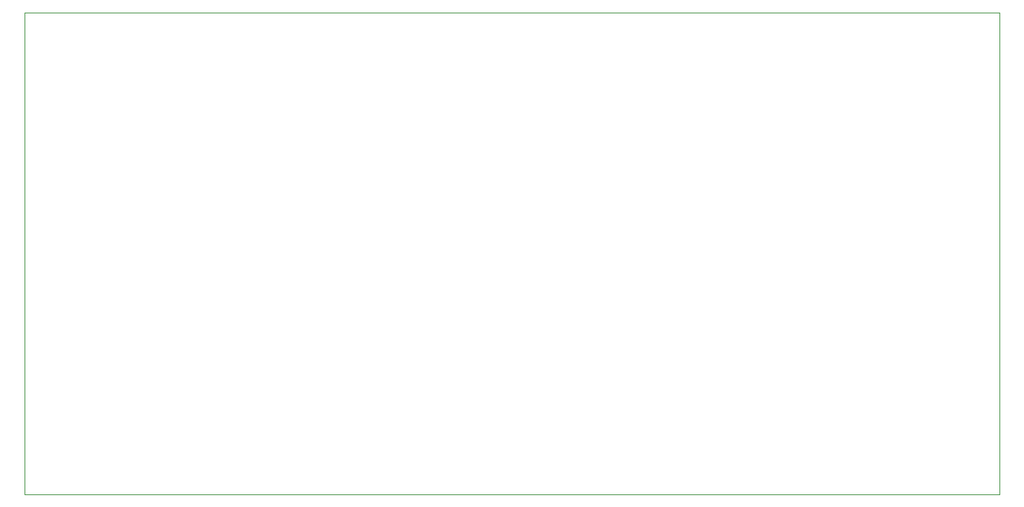
<source format=gbr>
G04 #@! TF.GenerationSoftware,KiCad,Pcbnew,(5.1.0)-1*
G04 #@! TF.CreationDate,2019-08-25T01:23:41+02:00*
G04 #@! TF.ProjectId,Filtre-de-resolution-MSA-200-Hz,46696c74-7265-42d6-9465-2d7265736f6c,1.0*
G04 #@! TF.SameCoordinates,Original*
G04 #@! TF.FileFunction,Profile,NP*
%FSLAX46Y46*%
G04 Gerber Fmt 4.6, Leading zero omitted, Abs format (unit mm)*
G04 Created by KiCad (PCBNEW (5.1.0)-1) date 2019-08-25 01:23:41*
%MOMM*%
%LPD*%
G04 APERTURE LIST*
%ADD10C,0.050000*%
G04 APERTURE END LIST*
D10*
X201000000Y-75000000D02*
X90000000Y-75000000D01*
X201000000Y-130000000D02*
X201000000Y-75000000D01*
X90000000Y-130000000D02*
X201000000Y-130000000D01*
X90000000Y-75000000D02*
X90000000Y-130000000D01*
M02*

</source>
